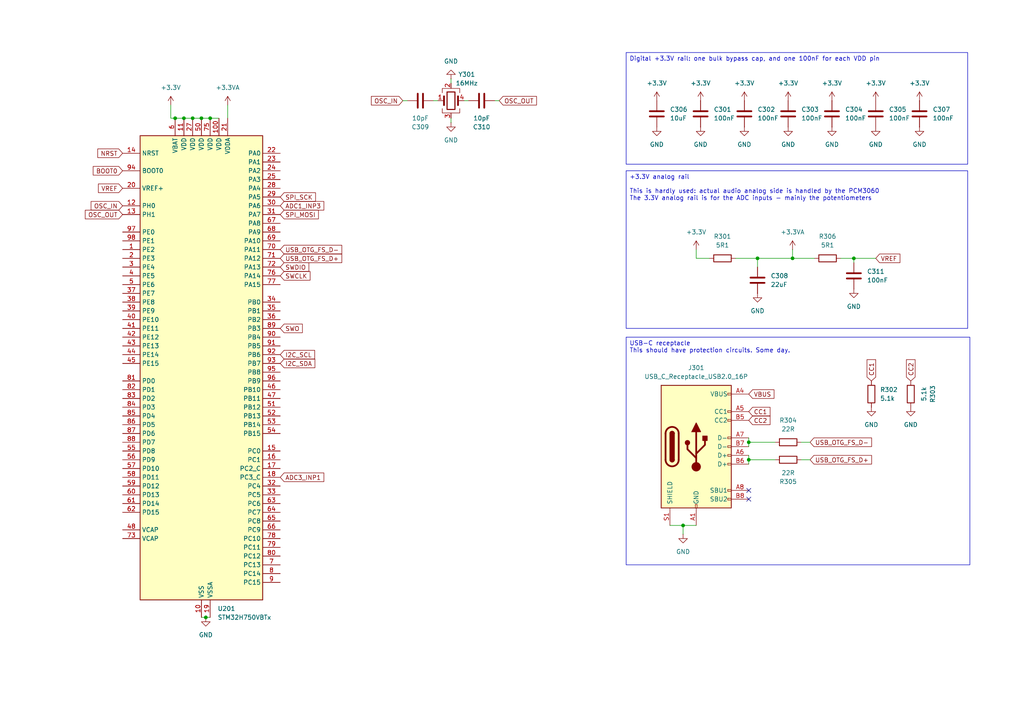
<source format=kicad_sch>
(kicad_sch (version 20250114) (generator "eeschema") (generator_version "9.0")
  (paper "A4")
  (lib_symbols
    (symbol "Connector:USB_C_Receptacle_USB2.0_16P" (pin_names (offset 1.016))
      (property "Reference" "J" (at 0 22.225 0))
      (property "Value" "USB_C_Receptacle_USB2.0_16P" (at 0 19.685 0))
      (symbol "USB_C_Receptacle_USB2.0_16P_0_0"
        (rectangle (start -0.254 -17.78) (end 0.254 -16.764))
        (rectangle (start 10.16 15.494) (end 9.144 14.986))
        (rectangle (start 10.16 10.414) (end 9.144 9.906))
        (rectangle (start 10.16 7.874) (end 9.144 7.366))
        (rectangle (start 10.16 2.794) (end 9.144 2.286))
        (rectangle (start 10.16 0.254) (end 9.144 -0.254))
        (rectangle (start 10.16 -2.286) (end 9.144 -2.794))
        (rectangle (start 10.16 -4.826) (end 9.144 -5.334))
        (rectangle (start 10.16 -12.446) (end 9.144 -12.954))
        (rectangle (start 10.16 -14.986) (end 9.144 -15.494))
      )
      (symbol "USB_C_Receptacle_USB2.0_16P_0_1"
        (rectangle (start -10.16 17.78) (end 10.16 -17.78) (stroke (width 0.254)) (fill (type background)))
        (polyline (pts (xy -8.89 -3.81) (xy -8.89 3.81)) (stroke (width 0.508)))
        (rectangle (start -7.62 -3.81) (end -6.35 3.81) (stroke (width 0.254)) (fill (type outline)))
        (arc (start -7.62 3.81) (mid -6.985 4.4423) (end -6.35 3.81) (stroke (width 0.254)))
        (arc (start -7.62 3.81) (mid -6.985 4.4423) (end -6.35 3.81) (stroke (width 0.254)) (fill (type outline)))
        (arc (start -8.89 3.81) (mid -6.985 5.7067) (end -5.08 3.81) (stroke (width 0.508)))
        (arc (start -5.08 -3.81) (mid -6.985 -5.7067) (end -8.89 -3.81) (stroke (width 0.508)))
        (arc (start -6.35 -3.81) (mid -6.985 -4.4423) (end -7.62 -3.81) (stroke (width 0.254)))
        (arc (start -6.35 -3.81) (mid -6.985 -4.4423) (end -7.62 -3.81) (stroke (width 0.254)) (fill (type outline)))
        (polyline (pts (xy -5.08 3.81) (xy -5.08 -3.81)) (stroke (width 0.508)))
        (circle (center -2.54 1.143) (radius 0.635) (stroke (width 0.254)) (fill (type outline)))
        (polyline (pts (xy -1.27 4.318) (xy 0 6.858) (xy 1.27 4.318) (xy -1.27 4.318)) (stroke (width 0.254)) (fill (type outline)))
        (polyline (pts (xy 0 -2.032) (xy 2.54 0.508) (xy 2.54 1.778)) (stroke (width 0.508)))
        (polyline (pts (xy 0 -3.302) (xy -2.54 -0.762) (xy -2.54 0.508)) (stroke (width 0.508)))
        (polyline (pts (xy 0 -5.842) (xy 0 4.318)) (stroke (width 0.508)))
        (circle (center 0 -5.842) (radius 1.27) (fill (type outline)))
        (rectangle (start 1.905 1.778) (end 3.175 3.048) (stroke (width 0.254)) (fill (type outline)))
      )
      (symbol "USB_C_Receptacle_USB2.0_16P_1_1"
        (pin passive line (at -7.62 -22.86 90) (length 5.08) (name "SHIELD") (number "S1"))
        (pin passive line (at 0 -22.86 90) (length 5.08) (name "GND") (number "A1"))
        (pin passive line (at 0 -22.86 90) (length 5.08) (hide yes) (name "GND") (number "A12"))
        (pin passive line (at 0 -22.86 90) (length 5.08) (hide yes) (name "GND") (number "B1"))
        (pin passive line (at 0 -22.86 90) (length 5.08) (hide yes) (name "GND") (number "B12"))
        (pin passive line (at 15.24 15.24 180) (length 5.08) (name "VBUS") (number "A4"))
        (pin passive line (at 15.24 15.24 180) (length 5.08) (hide yes) (name "VBUS") (number "A9"))
        (pin passive line (at 15.24 15.24 180) (length 5.08) (hide yes) (name "VBUS") (number "B4"))
        (pin passive line (at 15.24 15.24 180) (length 5.08) (hide yes) (name "VBUS") (number "B9"))
        (pin bidirectional line (at 15.24 10.16 180) (length 5.08) (name "CC1") (number "A5"))
        (pin bidirectional line (at 15.24 7.62 180) (length 5.08) (name "CC2") (number "B5"))
        (pin bidirectional line (at 15.24 2.54 180) (length 5.08) (name "D-") (number "A7"))
        (pin bidirectional line (at 15.24 0 180) (length 5.08) (name "D-") (number "B7"))
        (pin bidirectional line (at 15.24 -2.54 180) (length 5.08) (name "D+") (number "A6"))
        (pin bidirectional line (at 15.24 -5.08 180) (length 5.08) (name "D+") (number "B6"))
        (pin bidirectional line (at 15.24 -12.7 180) (length 5.08) (name "SBU1") (number "A8"))
        (pin bidirectional line (at 15.24 -15.24 180) (length 5.08) (name "SBU2") (number "B8"))
      )
    )
    (symbol "Device:C" (pin_numbers (hide yes)) (pin_names (offset 0.254))
      (property "Reference" "C" (at 0.635 2.54 0))
      (property "Value" "C" (at 0.635 -2.54 0))
      (symbol "C_0_1"
        (polyline (pts (xy -2.032 0.762) (xy 2.032 0.762)) (stroke (width 0.508)))
        (polyline (pts (xy -2.032 -0.762) (xy 2.032 -0.762)) (stroke (width 0.508)))
      )
      (symbol "C_1_1"
        (pin passive line (at 0 3.81 270) (length 2.794) (name "~") (number "1"))
        (pin passive line (at 0 -3.81 90) (length 2.794) (name "~") (number "2"))
      )
    )
    (symbol "Device:Crystal_GND23" (pin_names (offset 1.016) (hide yes))
      (property "Reference" "Y" (at 3.175 5.08 0))
      (property "Value" "Crystal_GND23" (at 3.175 3.175 0))
      (symbol "Crystal_GND23_0_1"
        (polyline (pts (xy -2.54 2.286) (xy -2.54 3.556) (xy 2.54 3.556) (xy 2.54 2.286)))
        (polyline (pts (xy -2.54 0) (xy -2.032 0)))
        (polyline (pts (xy -2.54 -2.286) (xy -2.54 -3.556) (xy 2.54 -3.556) (xy 2.54 -2.286)))
        (polyline (pts (xy -2.032 -1.27) (xy -2.032 1.27)) (stroke (width 0.508)))
        (rectangle (start -1.143 2.54) (end 1.143 -2.54) (stroke (width 0.3048)))
        (polyline (pts (xy 0 3.556) (xy 0 3.81)))
        (polyline (pts (xy 0 -3.81) (xy 0 -3.556)))
        (polyline (pts (xy 2.032 0) (xy 2.54 0)))
        (polyline (pts (xy 2.032 -1.27) (xy 2.032 1.27)) (stroke (width 0.508)))
      )
      (symbol "Crystal_GND23_1_1"
        (pin passive line (at -3.81 0 0) (length 1.27) (name "1") (number "1"))
        (pin passive line (at 0 5.08 270) (length 1.27) (name "2") (number "2"))
        (pin passive line (at 0 -5.08 90) (length 1.27) (name "3") (number "3"))
        (pin passive line (at 3.81 0 180) (length 1.27) (name "4") (number "4"))
      )
    )
    (symbol "Device:R" (pin_numbers (hide yes)) (pin_names (offset 0))
      (property "Reference" "R" (at 2.032 0 90))
      (property "Value" "R" (at 0 0 90))
      (symbol "R_0_1"
        (rectangle (start -1.016 -2.54) (end 1.016 2.54) (stroke (width 0.254)))
      )
      (symbol "R_1_1"
        (pin passive line (at 0 3.81 270) (length 1.27) (name "~") (number "1"))
        (pin passive line (at 0 -3.81 90) (length 1.27) (name "~") (number "2"))
      )
    )
    (symbol "MCU_ST_STM32H7:STM32H750VBTx"
      (property "Reference" "U" (at -17.78 69.85 0))
      (property "Value" "STM32H750VBTx" (at 10.16 69.85 0))
      (symbol "STM32H750VBTx_0_1"
        (rectangle (start -17.78 -66.04) (end 17.78 68.58) (stroke (width 0.254)) (fill (type background)))
      )
      (symbol "STM32H750VBTx_1_1"
        (pin input line (at -22.86 63.5 0) (length 5.08) (name "NRST") (number "14"))
        (pin input line (at -22.86 58.42 0) (length 5.08) (name "BOOT0") (number "94"))
        (pin input line (at -22.86 53.34 0) (length 5.08) (name "VREF+") (number "20"))
        (pin bidirectional line (at -22.86 48.26 0) (length 5.08) (name "PH0") (number "12"))
        (pin bidirectional line (at -22.86 45.72 0) (length 5.08) (name "PH1") (number "13"))
        (pin bidirectional line (at -22.86 40.64 0) (length 5.08) (name "PE0") (number "97"))
        (pin bidirectional line (at -22.86 38.1 0) (length 5.08) (name "PE1") (number "98"))
        (pin bidirectional line (at -22.86 35.56 0) (length 5.08) (name "PE2") (number "1"))
        (pin bidirectional line (at -22.86 33.02 0) (length 5.08) (name "PE3") (number "2"))
        (pin bidirectional line (at -22.86 30.48 0) (length 5.08) (name "PE4") (number "3"))
        (pin bidirectional line (at -22.86 27.94 0) (length 5.08) (name "PE5") (number "4"))
        (pin bidirectional line (at -22.86 25.4 0) (length 5.08) (name "PE6") (number "5"))
        (pin bidirectional line (at -22.86 22.86 0) (length 5.08) (name "PE7") (number "37"))
        (pin bidirectional line (at -22.86 20.32 0) (length 5.08) (name "PE8") (number "38"))
        (pin bidirectional line (at -22.86 17.78 0) (length 5.08) (name "PE9") (number "39"))
        (pin bidirectional line (at -22.86 15.24 0) (length 5.08) (name "PE10") (number "40"))
        (pin bidirectional line (at -22.86 12.7 0) (length 5.08) (name "PE11") (number "41"))
        (pin bidirectional line (at -22.86 10.16 0) (length 5.08) (name "PE12") (number "42"))
        (pin bidirectional line (at -22.86 7.62 0) (length 5.08) (name "PE13") (number "43"))
        (pin bidirectional line (at -22.86 5.08 0) (length 5.08) (name "PE14") (number "44"))
        (pin bidirectional line (at -22.86 2.54 0) (length 5.08) (name "PE15") (number "45"))
        (pin bidirectional line (at -22.86 -2.54 0) (length 5.08) (name "PD0") (number "81"))
        (pin bidirectional line (at -22.86 -5.08 0) (length 5.08) (name "PD1") (number "82"))
        (pin bidirectional line (at -22.86 -7.62 0) (length 5.08) (name "PD2") (number "83"))
        (pin bidirectional line (at -22.86 -10.16 0) (length 5.08) (name "PD3") (number "84"))
        (pin bidirectional line (at -22.86 -12.7 0) (length 5.08) (name "PD4") (number "85"))
        (pin bidirectional line (at -22.86 -15.24 0) (length 5.08) (name "PD5") (number "86"))
        (pin bidirectional line (at -22.86 -17.78 0) (length 5.08) (name "PD6") (number "87"))
        (pin bidirectional line (at -22.86 -20.32 0) (length 5.08) (name "PD7") (number "88"))
        (pin bidirectional line (at -22.86 -22.86 0) (length 5.08) (name "PD8") (number "55"))
        (pin bidirectional line (at -22.86 -25.4 0) (length 5.08) (name "PD9") (number "56"))
        (pin bidirectional line (at -22.86 -27.94 0) (length 5.08) (name "PD10") (number "57"))
        (pin bidirectional line (at -22.86 -30.48 0) (length 5.08) (name "PD11") (number "58"))
        (pin bidirectional line (at -22.86 -33.02 0) (length 5.08) (name "PD12") (number "59"))
        (pin bidirectional line (at -22.86 -35.56 0) (length 5.08) (name "PD13") (number "60"))
        (pin bidirectional line (at -22.86 -38.1 0) (length 5.08) (name "PD14") (number "61"))
        (pin bidirectional line (at -22.86 -40.64 0) (length 5.08) (name "PD15") (number "62"))
        (pin power_out line (at -22.86 -45.72 0) (length 5.08) (name "VCAP") (number "48"))
        (pin power_out line (at -22.86 -48.26 0) (length 5.08) (name "VCAP") (number "73"))
        (pin power_in line (at -7.62 73.66 270) (length 5.08) (name "VBAT") (number "6"))
        (pin power_in line (at -5.08 73.66 270) (length 5.08) (name "VDD") (number "11"))
        (pin power_in line (at -2.54 73.66 270) (length 5.08) (name "VDD") (number "27"))
        (pin power_in line (at 0 73.66 270) (length 5.08) (name "VDD") (number "50"))
        (pin power_in line (at 0 -71.12 90) (length 5.08) (name "VSS") (number "10"))
        (pin passive line (at 0 -71.12 90) (length 5.08) (hide yes) (name "VSS") (number "26"))
        (pin passive line (at 0 -71.12 90) (length 5.08) (hide yes) (name "VSS") (number "49"))
        (pin passive line (at 0 -71.12 90) (length 5.08) (hide yes) (name "VSS") (number "74"))
        (pin passive line (at 0 -71.12 90) (length 5.08) (hide yes) (name "VSS") (number "99"))
        (pin power_in line (at 2.54 73.66 270) (length 5.08) (name "VDD") (number "75"))
        (pin power_in line (at 2.54 -71.12 90) (length 5.08) (name "VSSA") (number "19"))
        (pin power_in line (at 5.08 73.66 270) (length 5.08) (name "VDD") (number "100"))
        (pin power_in line (at 7.62 73.66 270) (length 5.08) (name "VDDA") (number "21"))
        (pin bidirectional line (at 22.86 63.5 180) (length 5.08) (name "PA0") (number "22"))
        (pin bidirectional line (at 22.86 60.96 180) (length 5.08) (name "PA1") (number "23"))
        (pin bidirectional line (at 22.86 58.42 180) (length 5.08) (name "PA2") (number "24"))
        (pin bidirectional line (at 22.86 55.88 180) (length 5.08) (name "PA3") (number "25"))
        (pin bidirectional line (at 22.86 53.34 180) (length 5.08) (name "PA4") (number "28"))
        (pin bidirectional line (at 22.86 50.8 180) (length 5.08) (name "PA5") (number "29"))
        (pin bidirectional line (at 22.86 48.26 180) (length 5.08) (name "PA6") (number "30"))
        (pin bidirectional line (at 22.86 45.72 180) (length 5.08) (name "PA7") (number "31"))
        (pin bidirectional line (at 22.86 43.18 180) (length 5.08) (name "PA8") (number "67"))
        (pin bidirectional line (at 22.86 40.64 180) (length 5.08) (name "PA9") (number "68"))
        (pin bidirectional line (at 22.86 38.1 180) (length 5.08) (name "PA10") (number "69"))
        (pin bidirectional line (at 22.86 35.56 180) (length 5.08) (name "PA11") (number "70"))
        (pin bidirectional line (at 22.86 33.02 180) (length 5.08) (name "PA12") (number "71"))
        (pin bidirectional line (at 22.86 30.48 180) (length 5.08) (name "PA13") (number "72"))
        (pin bidirectional line (at 22.86 27.94 180) (length 5.08) (name "PA14") (number "76"))
        (pin bidirectional line (at 22.86 25.4 180) (length 5.08) (name "PA15") (number "77"))
        (pin bidirectional line (at 22.86 20.32 180) (length 5.08) (name "PB0") (number "34"))
        (pin bidirectional line (at 22.86 17.78 180) (length 5.08) (name "PB1") (number "35"))
        (pin bidirectional line (at 22.86 15.24 180) (length 5.08) (name "PB2") (number "36"))
        (pin bidirectional line (at 22.86 12.7 180) (length 5.08) (name "PB3") (number "89"))
        (pin bidirectional line (at 22.86 10.16 180) (length 5.08) (name "PB4") (number "90"))
        (pin bidirectional line (at 22.86 7.62 180) (length 5.08) (name "PB5") (number "91"))
        (pin bidirectional line (at 22.86 5.08 180) (length 5.08) (name "PB6") (number "92"))
        (pin bidirectional line (at 22.86 2.54 180) (length 5.08) (name "PB7") (number "93"))
        (pin bidirectional line (at 22.86 0 180) (length 5.08) (name "PB8") (number "95"))
        (pin bidirectional line (at 22.86 -2.54 180) (length 5.08) (name "PB9") (number "96"))
        (pin bidirectional line (at 22.86 -5.08 180) (length 5.08) (name "PB10") (number "46"))
        (pin bidirectional line (at 22.86 -7.62 180) (length 5.08) (name "PB11") (number "47"))
        (pin bidirectional line (at 22.86 -10.16 180) (length 5.08) (name "PB12") (number "51"))
        (pin bidirectional line (at 22.86 -12.7 180) (length 5.08) (name "PB13") (number "52"))
        (pin bidirectional line (at 22.86 -15.24 180) (length 5.08) (name "PB14") (number "53"))
        (pin bidirectional line (at 22.86 -17.78 180) (length 5.08) (name "PB15") (number "54"))
        (pin bidirectional line (at 22.86 -22.86 180) (length 5.08) (name "PC0") (number "15"))
        (pin bidirectional line (at 22.86 -25.4 180) (length 5.08) (name "PC1") (number "16"))
        (pin bidirectional line (at 22.86 -27.94 180) (length 5.08) (name "PC2_C") (number "17"))
        (pin bidirectional line (at 22.86 -30.48 180) (length 5.08) (name "PC3_C") (number "18"))
        (pin bidirectional line (at 22.86 -33.02 180) (length 5.08) (name "PC4") (number "32"))
        (pin bidirectional line (at 22.86 -35.56 180) (length 5.08) (name "PC5") (number "33"))
        (pin bidirectional line (at 22.86 -38.1 180) (length 5.08) (name "PC6") (number "63"))
        (pin bidirectional line (at 22.86 -40.64 180) (length 5.08) (name "PC7") (number "64"))
        (pin bidirectional line (at 22.86 -43.18 180) (length 5.08) (name "PC8") (number "65"))
        (pin bidirectional line (at 22.86 -45.72 180) (length 5.08) (name "PC9") (number "66"))
        (pin bidirectional line (at 22.86 -48.26 180) (length 5.08) (name "PC10") (number "78"))
        (pin bidirectional line (at 22.86 -50.8 180) (length 5.08) (name "PC11") (number "79"))
        (pin bidirectional line (at 22.86 -53.34 180) (length 5.08) (name "PC12") (number "80"))
        (pin bidirectional line (at 22.86 -55.88 180) (length 5.08) (name "PC13") (number "7"))
        (pin bidirectional line (at 22.86 -58.42 180) (length 5.08) (name "PC14") (number "8"))
        (pin bidirectional line (at 22.86 -60.96 180) (length 5.08) (name "PC15") (number "9"))
      )
    )
    (symbol "power:+3.3V" (power) (pin_numbers (hide yes)) (pin_names (offset 0) (hide yes))
      (property "Value" "+3.3V" (at 0 3.556 0))
      (symbol "+3.3V_0_1"
        (polyline (pts (xy -0.762 1.27) (xy 0 2.54)))
        (polyline (pts (xy 0 2.54) (xy 0.762 1.27)))
        (polyline (pts (xy 0 0) (xy 0 2.54)))
      )
      (symbol "+3.3V_1_1"
        (pin power_in line (at 0 0 90) (length 0) (name "~") (number "1"))
      )
    )
    (symbol "power:GND" (power) (pin_numbers (hide yes)) (pin_names (offset 0) (hide yes))
      (property "Value" "GND" (at 0 -3.81 0))
      (symbol "GND_0_1"
        (polyline (pts (xy 0 0) (xy 0 -1.27) (xy 1.27 -1.27) (xy 0 -2.54) (xy -1.27 -1.27) (xy 0 -1.27)))
      )
      (symbol "GND_1_1"
        (pin power_in line (at 0 0 270) (length 0) (name "~") (number "1"))
      )
    )
  )
  (text_box "Digital +3.3V rail: one bulk bypass cap, and one 100nF for each VDD pin" (at 181.61 15.24 0) (size 99.06 32.385) (margins 0.9525 0.9525 0.9525 0.9525) (effects (font (size 1.27 1.27)) (justify left top)))
  (text_box "+3.3V analog rail\n\nThis is hardly used: actual audio analog side is handled by the PCM3060\nThe 3.3V analog rail is for the ADC inputs - mainly the potentiometers" (at 181.61 49.53 0) (size 99.06 45.72) (margins 0.9525 0.9525 0.9525 0.9525) (effects (font (size 1.27 1.27)) (justify left top)))
  (text_box "USB-C receptacle\nThis should have protection circuits. Some day." (at 181.61 97.79 0) (size 99.695 66.04) (margins 0.9525 0.9525 0.9525 0.9525) (effects (font (size 1.27 1.27)) (justify left top)))
  (junction (at 217.17 128.27))
  (junction (at 217.17 133.35))
  (junction (at 247.65 74.93))
  (junction (at 59.69 179.07))
  (junction (at 219.71 74.93))
  (junction (at 53.34 34.29))
  (junction (at 50.8 34.29))
  (junction (at 55.88 34.29))
  (junction (at 60.96 34.29))
  (junction (at 198.12 152.4))
  (junction (at 58.42 34.29))
  (junction (at 229.87 74.93))
  (no_connect (at 217.17 142.24))
  (no_connect (at 217.17 144.78))
  (wire (pts (xy 55.88 34.29) (xy 58.42 34.29)))
  (wire (pts (xy 49.53 34.29) (xy 49.53 30.48)))
  (wire (pts (xy 219.71 74.93) (xy 219.71 77.47)))
  (wire (pts (xy 198.12 152.4) (xy 201.93 152.4)))
  (wire (pts (xy 243.84 74.93) (xy 247.65 74.93)))
  (wire (pts (xy 125.73 29.21) (xy 127 29.21)))
  (wire (pts (xy 217.17 133.35) (xy 217.17 132.08)))
  (wire (pts (xy 232.41 128.27) (xy 234.95 128.27)))
  (wire (pts (xy 229.87 74.93) (xy 236.22 74.93)))
  (wire (pts (xy 229.87 72.39) (xy 229.87 74.93)))
  (wire (pts (xy 59.69 179.07) (xy 60.96 179.07)))
  (wire (pts (xy 53.34 34.29) (xy 55.88 34.29)))
  (wire (pts (xy 58.42 179.07) (xy 59.69 179.07)))
  (wire (pts (xy 58.42 34.29) (xy 60.96 34.29)))
  (wire (pts (xy 66.04 30.48) (xy 66.04 34.29)))
  (wire (pts (xy 247.65 74.93) (xy 247.65 76.2)))
  (wire (pts (xy 217.17 127) (xy 217.17 128.27)))
  (wire (pts (xy 130.81 22.86) (xy 130.81 24.13)))
  (wire (pts (xy 201.93 74.93) (xy 201.93 72.39)))
  (wire (pts (xy 213.36 74.93) (xy 219.71 74.93)))
  (wire (pts (xy 60.96 34.29) (xy 63.5 34.29)))
  (wire (pts (xy 50.8 34.29) (xy 53.34 34.29)))
  (wire (pts (xy 217.17 133.35) (xy 217.17 134.62)))
  (wire (pts (xy 143.51 29.21) (xy 144.78 29.21)))
  (wire (pts (xy 50.8 34.29) (xy 49.53 34.29)))
  (wire (pts (xy 130.81 35.56) (xy 130.81 34.29)))
  (wire (pts (xy 194.31 152.4) (xy 198.12 152.4)))
  (wire (pts (xy 217.17 128.27) (xy 224.79 128.27)))
  (wire (pts (xy 116.84 29.21) (xy 118.11 29.21)))
  (wire (pts (xy 234.95 133.35) (xy 232.41 133.35)))
  (wire (pts (xy 224.79 133.35) (xy 217.17 133.35)))
  (wire (pts (xy 198.12 154.94) (xy 198.12 152.4)))
  (wire (pts (xy 134.62 29.21) (xy 135.89 29.21)))
  (wire (pts (xy 229.87 74.93) (xy 219.71 74.93)))
  (wire (pts (xy 205.74 74.93) (xy 201.93 74.93)))
  (wire (pts (xy 247.65 74.93) (xy 254 74.93)))
  (wire (pts (xy 217.17 128.27) (xy 217.17 129.54)))
  (global_label "OSC_OUT" (shape input) (at 35.56 62.23 180) (property "Intersheetrefs" "${INTERSHEET_REFS}" (effects (hide yes))))
  (global_label "I2C_SDA" (shape input) (at 81.28 105.41 0) (property "Intersheetrefs" "${INTERSHEET_REFS}" (effects (hide yes))))
  (global_label "VREF" (shape input) (at 35.56 54.61 180) (property "Intersheetrefs" "${INTERSHEET_REFS}" (effects (hide yes))))
  (global_label "ADC3_INP1" (shape input) (at 81.28 138.43 0) (property "Intersheetrefs" "${INTERSHEET_REFS}" (effects (hide yes))))
  (global_label "USB_OTG_FS_D+" (shape input) (at 234.95 133.35 0) (property "Intersheetrefs" "${INTERSHEET_REFS}" (effects (hide yes))))
  (global_label "ADC1_INP3" (shape input) (at 81.28 59.69 0) (property "Intersheetrefs" "${INTERSHEET_REFS}" (effects (hide yes))))
  (global_label "OSC_IN" (shape input) (at 35.56 59.69 180) (property "Intersheetrefs" "${INTERSHEET_REFS}" (effects (hide yes))))
  (global_label "CC2" (shape input) (at 217.17 121.92 0) (property "Intersheetrefs" "${INTERSHEET_REFS}" (effects (hide yes))))
  (global_label "CC1" (shape input) (at 217.17 119.38 0) (property "Intersheetrefs" "${INTERSHEET_REFS}" (effects (hide yes))))
  (global_label "CC1" (shape input) (at 252.73 110.49 90) (property "Intersheetrefs" "${INTERSHEET_REFS}" (effects (hide yes))))
  (global_label "OSC_IN" (shape input) (at 116.84 29.21 180) (property "Intersheetrefs" "${INTERSHEET_REFS}" (effects (hide yes))))
  (global_label "BOOT0" (shape input) (at 35.56 49.53 180) (property "Intersheetrefs" "${INTERSHEET_REFS}" (effects (hide yes))))
  (global_label "USB_OTG_FS_D-" (shape input) (at 81.28 72.39 0) (property "Intersheetrefs" "${INTERSHEET_REFS}" (effects (hide yes))))
  (global_label "SWO" (shape input) (at 81.28 95.25 0) (property "Intersheetrefs" "${INTERSHEET_REFS}" (effects (hide yes))))
  (global_label "OSC_OUT" (shape input) (at 144.78 29.21 0) (property "Intersheetrefs" "${INTERSHEET_REFS}" (effects (hide yes))))
  (global_label "USB_OTG_FS_D-" (shape input) (at 234.95 128.27 0) (property "Intersheetrefs" "${INTERSHEET_REFS}" (effects (hide yes))))
  (global_label "NRST" (shape input) (at 35.56 44.45 180) (property "Intersheetrefs" "${INTERSHEET_REFS}" (effects (hide yes))))
  (global_label "USB_OTG_FS_D+" (shape input) (at 81.28 74.93 0) (property "Intersheetrefs" "${INTERSHEET_REFS}" (effects (hide yes))))
  (global_label "SWCLK" (shape input) (at 81.28 80.01 0) (property "Intersheetrefs" "${INTERSHEET_REFS}" (effects (hide yes))))
  (global_label "VREF" (shape input) (at 254 74.93 0) (property "Intersheetrefs" "${INTERSHEET_REFS}" (effects (hide yes))))
  (global_label "VBUS" (shape input) (at 217.17 114.3 0) (property "Intersheetrefs" "${INTERSHEET_REFS}" (effects (hide yes))))
  (global_label "SWDIO" (shape input) (at 81.28 77.47 0) (property "Intersheetrefs" "${INTERSHEET_REFS}" (effects (hide yes))))
  (global_label "I2C_SCL" (shape input) (at 81.28 102.87 0) (property "Intersheetrefs" "${INTERSHEET_REFS}" (effects (hide yes))))
  (global_label "SPI_SCK" (shape input) (at 81.28 57.15 0) (property "Intersheetrefs" "${INTERSHEET_REFS}" (effects (hide yes))))
  (global_label "CC2" (shape input) (at 264.16 110.49 90) (property "Intersheetrefs" "${INTERSHEET_REFS}" (effects (hide yes))))
  (global_label "SPI_MOSI" (shape input) (at 81.28 62.23 0) (property "Intersheetrefs" "${INTERSHEET_REFS}" (effects (hide yes))))
  (symbol (lib_id "Device:R") (at 252.73 114.3 180) (unit 1)
    (property "Reference" "R302" (at 255.27 113.0299 0) (effects (justify right)))
    (property "Value" "5.1k" (at 255.27 115.5699 0) (effects (justify right)))
    (property "Footprint" "Resistor_SMD:R_0603_1608Metric" (effects (hide yes)))
    (property "Description" "Resistor" (effects (hide yes)))
  )
  (symbol (lib_id "Device:C") (at 219.71 81.28 0) (unit 1)
    (property "Reference" "C308" (at 223.52 80.0099 0) (effects (justify left)))
    (property "Value" "22uF" (at 223.52 82.5499 0) (effects (justify left)))
    (property "Footprint" "Capacitor_SMD:C_0603_1608Metric" (effects (hide yes)))
    (property "Description" "Unpolarized capacitor" (effects (hide yes)))
  )
  (symbol (lib_id "Device:C") (at 254 33.02 0) (unit 1)
    (property "Reference" "C305" (at 257.81 31.7499 0) (effects (justify left)))
    (property "Value" "100nF" (at 257.81 34.2899 0) (effects (justify left)))
    (property "Footprint" "Capacitor_SMD:C_0603_1608Metric" (effects (hide yes)))
    (property "Description" "Unpolarized capacitor" (effects (hide yes)))
  )
  (symbol (lib_id "power:+3.3V") (at 229.87 72.39 0) (unit 1)
    (property "Reference" "#PWR0319" (effects (hide yes)))
    (property "Value" "+3.3VA" (at 229.87 67.31 0))
    (property "Description" "Power symbol creates a global label with name \"+3.3V\"" (effects (hide yes)))
  )
  (symbol (lib_id "power:GND") (at 190.5 36.83 0) (unit 1)
    (property "Reference" "#PWR0303" (effects (hide yes)))
    (property "Value" "GND" (at 190.5 41.91 0))
    (property "Description" "Power symbol creates a global label with name \"GND\" , ground" (effects (hide yes)))
  )
  (symbol (lib_id "power:GND") (at 130.81 22.86 180) (unit 1)
    (property "Reference" "#PWR0322" (effects (hide yes)))
    (property "Value" "GND" (at 130.81 17.78 0))
    (property "Description" "Power symbol creates a global label with name \"GND\" , ground" (effects (hide yes)))
  )
  (symbol (lib_id "power:GND") (at 264.16 118.11 0) (unit 1)
    (property "Reference" "#PWR0324" (effects (hide yes)))
    (property "Value" "GND" (at 264.16 123.19 0))
    (property "Description" "Power symbol creates a global label with name \"GND\" , ground" (effects (hide yes)))
  )
  (symbol (lib_id "power:+3.3V") (at 254 29.21 0) (unit 1)
    (property "Reference" "#PWR0315" (effects (hide yes)))
    (property "Value" "+3.3V" (at 254 24.13 0))
    (property "Description" "Power symbol creates a global label with name \"+3.3V\"" (effects (hide yes)))
  )
  (symbol (lib_id "Device:R") (at 264.16 114.3 0) (mirror x) (unit 1)
    (property "Reference" "R303" (at 270.51 114.3 90))
    (property "Value" "5.1k" (at 267.97 114.3 90))
    (property "Footprint" "Resistor_SMD:R_0603_1608Metric" (effects (hide yes)))
    (property "Description" "Resistor" (effects (hide yes)))
  )
  (symbol (lib_id "Device:C") (at 203.2 33.02 0) (unit 1)
    (property "Reference" "C301" (at 207.01 31.7499 0) (effects (justify left)))
    (property "Value" "100nF" (at 207.01 34.2899 0) (effects (justify left)))
    (property "Footprint" "Capacitor_SMD:C_0603_1608Metric" (effects (hide yes)))
    (property "Description" "Unpolarized capacitor" (effects (hide yes)))
  )
  (symbol (lib_id "Device:Crystal_GND23") (at 130.81 29.21 0) (unit 1)
    (property "Reference" "Y301" (at 135.382 21.59 0))
    (property "Value" "16MHz" (at 135.382 24.13 0))
    (property "Footprint" "Crystal:Crystal_SMD_3225-4Pin_3.2x2.5mm" (effects (hide yes)))
    (property "Datasheet" "https://jlcpcb.com/api/file/downloadByFileSystemAccessId/8588879072148017152" (effects (hide yes)))
    (property "Description" "Four pin crystal, GND on pins 2 and 3" (effects (hide yes)))
    (property "JLCPCB" "C13738" (effects (hide yes)))
    (property "Manufacturer" "YXC Crystal Oscillators" (effects (hide yes)))
    (property "Manuf#" "X322516MLB4SI" (effects (hide yes)))
    (property "JLC Desc" "-40℃~+85℃ 16MHz 9pF Crystal Oscillator ±10ppm ±20ppm SMD3225-4P Crystals ROHS" (effects (hide yes)))
  )
  (symbol (lib_id "power:+3.3V") (at 215.9 29.21 0) (unit 1)
    (property "Reference" "#PWR0312" (effects (hide yes)))
    (property "Value" "+3.3V" (at 215.9 24.13 0))
    (property "Description" "Power symbol creates a global label with name \"+3.3V\"" (effects (hide yes)))
  )
  (symbol (lib_id "MCU_ST_STM32H7:STM32H750VBTx") (at 58.42 107.95 0) (unit 1)
    (property "Reference" "U201" (at 63.1033 176.53 0) (effects (justify left)))
    (property "Value" "STM32H750VBTx" (at 63.1033 179.07 0) (effects (justify left)))
    (property "Footprint" "Package_QFP:LQFP-100_14x14mm_P0.5mm" (effects (hide yes)))
    (property "Datasheet" "https://www.st.com/resource/en/datasheet/stm32h750vb.pdf" (effects (hide yes)))
    (property "Description" "STMicroelectronics Arm Cortex-M7 MCU, 128KB flash, 1024KB RAM, 480 MHz, 1.71-3.6V, 82 GPIO, LQFP100" (effects (hide yes)))
  )
  (symbol (lib_id "Device:R") (at 228.6 133.35 270) (mirror x) (unit 1)
    (property "Reference" "R305" (at 228.6 139.7 90))
    (property "Value" "22R" (at 228.6 137.16 90))
    (property "Footprint" "Resistor_SMD:R_0603_1608Metric" (effects (hide yes)))
    (property "Description" "Resistor" (effects (hide yes)))
  )
  (symbol (lib_id "power:+3.3V") (at 228.6 29.21 0) (unit 1)
    (property "Reference" "#PWR0313" (effects (hide yes)))
    (property "Value" "+3.3V" (at 228.6 24.13 0))
    (property "Description" "Power symbol creates a global label with name \"+3.3V\"" (effects (hide yes)))
  )
  (symbol (lib_id "power:GND") (at 130.81 35.56 0) (unit 1)
    (property "Reference" "#PWR0321" (effects (hide yes)))
    (property "Value" "GND" (at 130.81 40.64 0))
    (property "Description" "Power symbol creates a global label with name \"GND\" , ground" (effects (hide yes)))
  )
  (symbol (lib_id "Device:C") (at 247.65 80.01 0) (unit 1)
    (property "Reference" "C311" (at 251.46 78.7399 0) (effects (justify left)))
    (property "Value" "100nF" (at 251.46 81.2799 0) (effects (justify left)))
    (property "Footprint" "Capacitor_SMD:C_0603_1608Metric" (effects (hide yes)))
    (property "Description" "Unpolarized capacitor" (effects (hide yes)))
  )
  (symbol (lib_id "Connector:USB_C_Receptacle_USB2.0_16P") (at 201.93 129.54 0) (unit 1)
    (property "Reference" "J301" (at 201.93 106.68 0))
    (property "Value" "USB_C_Receptacle_USB2.0_16P" (at 201.93 109.22 0))
    (property "Footprint" "Connector_USB:USB_C_Receptacle_GCT_USB4085" (effects (hide yes)))
    (property "Datasheet" "https://www.usb.org/sites/default/files/documents/usb_type-c.zip" (effects (hide yes)))
    (property "Description" "USB 2.0-only 16P Type-C Receptacle connector" (effects (hide yes)))
  )
  (symbol (lib_id "power:+3.3V") (at 241.3 29.21 0) (unit 1)
    (property "Reference" "#PWR0314" (effects (hide yes)))
    (property "Value" "+3.3V" (at 241.3 24.13 0))
    (property "Description" "Power symbol creates a global label with name \"+3.3V\"" (effects (hide yes)))
  )
  (symbol (lib_id "Device:R") (at 240.03 74.93 270) (unit 1)
    (property "Reference" "R306" (at 240.03 68.58 90))
    (property "Value" "5R1" (at 240.03 71.12 90))
    (property "Footprint" "Resistor_SMD:R_0603_1608Metric" (effects (hide yes)))
    (property "Description" "Resistor" (effects (hide yes)))
  )
  (symbol (lib_id "power:+3.3V") (at 203.2 29.21 0) (unit 1)
    (property "Reference" "#PWR0311" (effects (hide yes)))
    (property "Value" "+3.3V" (at 203.2 24.13 0))
    (property "Description" "Power symbol creates a global label with name \"+3.3V\"" (effects (hide yes)))
  )
  (symbol (lib_id "power:GND") (at 198.12 154.94 0) (unit 1)
    (property "Reference" "#PWR0325" (effects (hide yes)))
    (property "Value" "GND" (at 198.12 160.02 0))
    (property "Description" "Power symbol creates a global label with name \"GND\" , ground" (effects (hide yes)))
  )
  (symbol (lib_id "power:GND") (at 247.65 83.82 0) (unit 1)
    (property "Reference" "#PWR0328" (effects (hide yes)))
    (property "Value" "GND" (at 247.65 88.9 0))
    (property "Description" "Power symbol creates a global label with name \"GND\" , ground" (effects (hide yes)))
  )
  (symbol (lib_id "Device:C") (at 228.6 33.02 0) (unit 1)
    (property "Reference" "C303" (at 232.41 31.7499 0) (effects (justify left)))
    (property "Value" "100nF" (at 232.41 34.2899 0) (effects (justify left)))
    (property "Footprint" "Capacitor_SMD:C_0603_1608Metric" (effects (hide yes)))
    (property "Description" "Unpolarized capacitor" (effects (hide yes)))
  )
  (symbol (lib_id "power:+3.3V") (at 66.04 30.48 0) (unit 1)
    (property "Reference" "#PWR0320" (effects (hide yes)))
    (property "Value" "+3.3VA" (at 66.04 25.4 0))
    (property "Description" "Power symbol creates a global label with name \"+3.3V\"" (effects (hide yes)))
  )
  (symbol (lib_id "power:GND") (at 241.3 36.83 0) (unit 1)
    (property "Reference" "#PWR0307" (effects (hide yes)))
    (property "Value" "GND" (at 241.3 41.91 0))
    (property "Description" "Power symbol creates a global label with name \"GND\" , ground" (effects (hide yes)))
  )
  (symbol (lib_id "Device:R") (at 228.6 128.27 270) (unit 1)
    (property "Reference" "R304" (at 228.6 121.92 90))
    (property "Value" "22R" (at 228.6 124.46 90))
    (property "Footprint" "Resistor_SMD:R_0603_1608Metric" (effects (hide yes)))
    (property "Description" "Resistor" (effects (hide yes)))
  )
  (symbol (lib_id "power:GND") (at 215.9 36.83 0) (unit 1)
    (property "Reference" "#PWR0305" (effects (hide yes)))
    (property "Value" "GND" (at 215.9 41.91 0))
    (property "Description" "Power symbol creates a global label with name \"GND\" , ground" (effects (hide yes)))
  )
  (symbol (lib_id "power:+3.3V") (at 190.5 29.21 0) (unit 1)
    (property "Reference" "#PWR0310" (effects (hide yes)))
    (property "Value" "+3.3V" (at 190.5 24.13 0))
    (property "Description" "Power symbol creates a global label with name \"+3.3V\"" (effects (hide yes)))
  )
  (symbol (lib_id "Device:C") (at 121.92 29.21 90) (mirror x) (unit 1)
    (property "Reference" "C309" (at 121.92 36.83 90))
    (property "Value" "10pF" (at 121.92 34.29 90))
    (property "Footprint" "Capacitor_SMD:C_0603_1608Metric" (effects (hide yes)))
    (property "Description" "Unpolarized capacitor" (effects (hide yes)))
  )
  (symbol (lib_id "power:GND") (at 252.73 118.11 0) (unit 1)
    (property "Reference" "#PWR0323" (effects (hide yes)))
    (property "Value" "GND" (at 252.73 123.19 0))
    (property "Description" "Power symbol creates a global label with name \"GND\" , ground" (effects (hide yes)))
  )
  (symbol (lib_id "power:+3.3V") (at 49.53 30.48 0) (unit 1)
    (property "Reference" "#PWR0301" (effects (hide yes)))
    (property "Value" "+3.3V" (at 49.53 25.4 0))
    (property "Description" "Power symbol creates a global label with name \"+3.3V\"" (effects (hide yes)))
  )
  (symbol (lib_id "Device:R") (at 209.55 74.93 90) (unit 1)
    (property "Reference" "R301" (at 209.55 68.58 90))
    (property "Value" "5R1" (at 209.55 71.12 90))
    (property "Footprint" "Resistor_SMD:R_0603_1608Metric" (effects (hide yes)))
    (property "Description" "Resistor" (effects (hide yes)))
  )
  (symbol (lib_id "power:+3.3V") (at 266.7 29.21 0) (unit 1)
    (property "Reference" "#PWR0316" (effects (hide yes)))
    (property "Value" "+3.3V" (at 266.7 24.13 0))
    (property "Description" "Power symbol creates a global label with name \"+3.3V\"" (effects (hide yes)))
  )
  (symbol (lib_id "Device:C") (at 190.5 33.02 0) (unit 1)
    (property "Reference" "C306" (at 194.31 31.7499 0) (effects (justify left)))
    (property "Value" "10uF" (at 194.31 34.2899 0) (effects (justify left)))
    (property "Footprint" "Capacitor_SMD:C_0603_1608Metric" (effects (hide yes)))
    (property "Description" "Unpolarized capacitor" (effects (hide yes)))
  )
  (symbol (lib_id "power:GND") (at 203.2 36.83 0) (unit 1)
    (property "Reference" "#PWR0304" (effects (hide yes)))
    (property "Value" "GND" (at 203.2 41.91 0))
    (property "Description" "Power symbol creates a global label with name \"GND\" , ground" (effects (hide yes)))
  )
  (symbol (lib_id "Device:C") (at 266.7 33.02 0) (unit 1)
    (property "Reference" "C307" (at 270.51 31.7499 0) (effects (justify left)))
    (property "Value" "100nF" (at 270.51 34.2899 0) (effects (justify left)))
    (property "Footprint" "Capacitor_SMD:C_0603_1608Metric" (effects (hide yes)))
    (property "Description" "Unpolarized capacitor" (effects (hide yes)))
  )
  (symbol (lib_id "power:GND") (at 254 36.83 0) (unit 1)
    (property "Reference" "#PWR0308" (effects (hide yes)))
    (property "Value" "GND" (at 254 41.91 0))
    (property "Description" "Power symbol creates a global label with name \"GND\" , ground" (effects (hide yes)))
  )
  (symbol (lib_id "Device:C") (at 215.9 33.02 0) (unit 1)
    (property "Reference" "C302" (at 219.71 31.7499 0) (effects (justify left)))
    (property "Value" "100nF" (at 219.71 34.2899 0) (effects (justify left)))
    (property "Footprint" "Capacitor_SMD:C_0603_1608Metric" (effects (hide yes)))
    (property "Description" "Unpolarized capacitor" (effects (hide yes)))
  )
  (symbol (lib_id "Device:C") (at 139.7 29.21 90) (mirror x) (unit 1)
    (property "Reference" "C310" (at 139.7 36.83 90))
    (property "Value" "10pF" (at 139.7 34.29 90))
    (property "Footprint" "Capacitor_SMD:C_0603_1608Metric" (effects (hide yes)))
    (property "Description" "Unpolarized capacitor" (effects (hide yes)))
  )
  (symbol (lib_id "power:GND") (at 59.69 179.07 0) (unit 1)
    (property "Reference" "#PWR0302" (effects (hide yes)))
    (property "Value" "GND" (at 59.69 184.15 0))
    (property "Description" "Power symbol creates a global label with name \"GND\" , ground" (effects (hide yes)))
  )
  (symbol (lib_id "power:GND") (at 228.6 36.83 0) (unit 1)
    (property "Reference" "#PWR0306" (effects (hide yes)))
    (property "Value" "GND" (at 228.6 41.91 0))
    (property "Description" "Power symbol creates a global label with name \"GND\" , ground" (effects (hide yes)))
  )
  (symbol (lib_id "Device:C") (at 241.3 33.02 0) (unit 1)
    (property "Reference" "C304" (at 245.11 31.7499 0) (effects (justify left)))
    (property "Value" "100nF" (at 245.11 34.2899 0) (effects (justify left)))
    (property "Footprint" "Capacitor_SMD:C_0603_1608Metric" (effects (hide yes)))
    (property "Description" "Unpolarized capacitor" (effects (hide yes)))
  )
  (symbol (lib_id "power:GND") (at 219.71 85.09 0) (unit 1)
    (property "Reference" "#PWR0318" (effects (hide yes)))
    (property "Value" "GND" (at 219.71 90.17 0))
    (property "Description" "Power symbol creates a global label with name \"GND\" , ground" (effects (hide yes)))
  )
  (symbol (lib_id "power:+3.3V") (at 201.93 72.39 0) (unit 1)
    (property "Reference" "#PWR0317" (effects (hide yes)))
    (property "Value" "+3.3V" (at 201.93 67.31 0))
    (property "Description" "Power symbol creates a global label with name \"+3.3V\"" (effects (hide yes)))
  )
  (symbol (lib_id "power:GND") (at 266.7 36.83 0) (unit 1)
    (property "Reference" "#PWR0309" (effects (hide yes)))
    (property "Value" "GND" (at 266.7 41.91 0))
    (property "Description" "Power symbol creates a global label with name \"GND\" , ground" (effects (hide yes)))
  )
)
</source>
